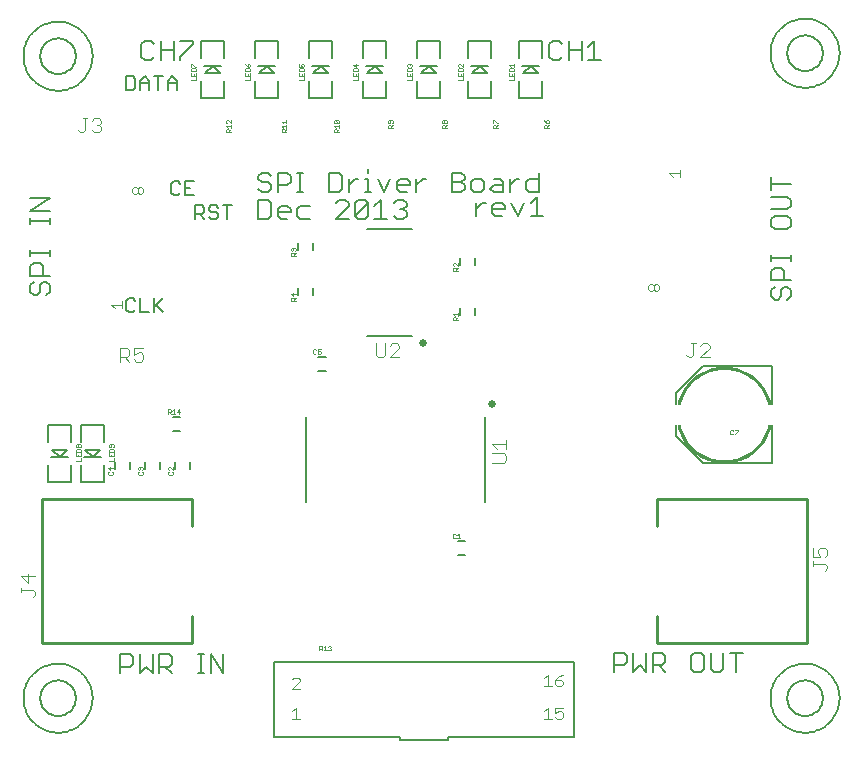
<source format=gto>
G75*
%MOIN*%
%OFA0B0*%
%FSLAX24Y24*%
%IPPOS*%
%LPD*%
%AMOC8*
5,1,8,0,0,1.08239X$1,22.5*
%
%ADD10C,0.0060*%
%ADD11C,0.0030*%
%ADD12C,0.0040*%
%ADD13C,0.0100*%
%ADD14C,0.0010*%
%ADD15C,0.0050*%
%ADD16C,0.0080*%
%ADD17C,0.0260*%
%ADD18C,0.0008*%
D10*
X000580Y006043D02*
X000582Y006110D01*
X000588Y006178D01*
X000598Y006245D01*
X000612Y006311D01*
X000629Y006376D01*
X000651Y006440D01*
X000676Y006503D01*
X000705Y006564D01*
X000737Y006623D01*
X000773Y006680D01*
X000812Y006735D01*
X000854Y006788D01*
X000899Y006838D01*
X000947Y006885D01*
X000998Y006930D01*
X001051Y006971D01*
X001107Y007010D01*
X001165Y007045D01*
X001225Y007076D01*
X001286Y007104D01*
X001349Y007128D01*
X001413Y007149D01*
X001479Y007165D01*
X001545Y007178D01*
X001612Y007187D01*
X001679Y007192D01*
X001747Y007193D01*
X001814Y007190D01*
X001881Y007183D01*
X001948Y007172D01*
X002014Y007157D01*
X002079Y007139D01*
X002143Y007116D01*
X002205Y007090D01*
X002266Y007061D01*
X002324Y007027D01*
X002381Y006991D01*
X002436Y006951D01*
X002488Y006908D01*
X002537Y006862D01*
X002584Y006813D01*
X002628Y006762D01*
X002668Y006708D01*
X002706Y006652D01*
X002740Y006593D01*
X002770Y006533D01*
X002797Y006471D01*
X002821Y006408D01*
X002840Y006343D01*
X002856Y006278D01*
X002868Y006211D01*
X002876Y006144D01*
X002880Y006077D01*
X002880Y006009D01*
X002876Y005942D01*
X002868Y005875D01*
X002856Y005808D01*
X002840Y005743D01*
X002821Y005678D01*
X002797Y005615D01*
X002770Y005553D01*
X002740Y005493D01*
X002706Y005434D01*
X002668Y005378D01*
X002628Y005324D01*
X002584Y005273D01*
X002537Y005224D01*
X002488Y005178D01*
X002436Y005135D01*
X002381Y005095D01*
X002324Y005059D01*
X002266Y005025D01*
X002205Y004996D01*
X002143Y004970D01*
X002079Y004947D01*
X002014Y004929D01*
X001948Y004914D01*
X001881Y004903D01*
X001814Y004896D01*
X001747Y004893D01*
X001679Y004894D01*
X001612Y004899D01*
X001545Y004908D01*
X001479Y004921D01*
X001413Y004937D01*
X001349Y004958D01*
X001286Y004982D01*
X001225Y005010D01*
X001165Y005041D01*
X001107Y005076D01*
X001051Y005115D01*
X000998Y005156D01*
X000947Y005201D01*
X000899Y005248D01*
X000854Y005298D01*
X000812Y005351D01*
X000773Y005406D01*
X000737Y005463D01*
X000705Y005522D01*
X000676Y005583D01*
X000651Y005646D01*
X000629Y005710D01*
X000612Y005775D01*
X000598Y005841D01*
X000588Y005908D01*
X000582Y005976D01*
X000580Y006043D01*
X003810Y006873D02*
X003810Y007514D01*
X004130Y007514D01*
X004237Y007407D01*
X004237Y007194D01*
X004130Y007087D01*
X003810Y007087D01*
X004455Y006873D02*
X004668Y007087D01*
X004882Y006873D01*
X004882Y007514D01*
X005099Y007514D02*
X005419Y007514D01*
X005526Y007407D01*
X005526Y007194D01*
X005419Y007087D01*
X005099Y007087D01*
X005313Y007087D02*
X005526Y006873D01*
X005099Y006873D02*
X005099Y007514D01*
X004455Y007514D02*
X004455Y006873D01*
X006388Y006873D02*
X006602Y006873D01*
X006495Y006873D02*
X006495Y007514D01*
X006388Y007514D02*
X006602Y007514D01*
X006818Y007514D02*
X007245Y006873D01*
X007245Y007514D01*
X006818Y007514D02*
X006818Y006873D01*
X006116Y013675D02*
X006116Y013911D01*
X005644Y013911D02*
X005644Y013675D01*
X005116Y013675D02*
X005116Y013911D01*
X004644Y013911D02*
X004644Y013675D01*
X004116Y013675D02*
X004116Y013911D01*
X003644Y013911D02*
X003644Y013675D01*
X005562Y014957D02*
X005798Y014957D01*
X005798Y015430D02*
X005562Y015430D01*
X009744Y019475D02*
X009744Y019711D01*
X010216Y019711D02*
X010216Y019475D01*
X010216Y020975D02*
X010216Y021211D01*
X009744Y021211D02*
X009744Y020975D01*
X009806Y022023D02*
X010126Y022023D01*
X009806Y022023D02*
X009699Y022130D01*
X009699Y022344D01*
X009806Y022450D01*
X010126Y022450D01*
X009913Y022923D02*
X009699Y022923D01*
X009806Y022923D02*
X009806Y023564D01*
X009699Y023564D02*
X009913Y023564D01*
X009482Y023457D02*
X009482Y023244D01*
X009375Y023137D01*
X009055Y023137D01*
X009055Y022923D02*
X009055Y023564D01*
X009375Y023564D01*
X009482Y023457D01*
X008837Y023457D02*
X008730Y023564D01*
X008517Y023564D01*
X008410Y023457D01*
X008410Y023350D01*
X008517Y023244D01*
X008730Y023244D01*
X008837Y023137D01*
X008837Y023030D01*
X008730Y022923D01*
X008517Y022923D01*
X008410Y023030D01*
X008410Y022664D02*
X008730Y022664D01*
X008837Y022557D01*
X008837Y022130D01*
X008730Y022023D01*
X008410Y022023D01*
X008410Y022664D01*
X009055Y022344D02*
X009055Y022130D01*
X009161Y022023D01*
X009375Y022023D01*
X009482Y022237D02*
X009055Y022237D01*
X009055Y022344D02*
X009161Y022450D01*
X009375Y022450D01*
X009482Y022344D01*
X009482Y022237D01*
X010773Y022923D02*
X010773Y023564D01*
X011094Y023564D01*
X011200Y023457D01*
X011200Y023030D01*
X011094Y022923D01*
X010773Y022923D01*
X011095Y022664D02*
X010988Y022557D01*
X011095Y022664D02*
X011308Y022664D01*
X011415Y022557D01*
X011415Y022450D01*
X010988Y022023D01*
X011415Y022023D01*
X011633Y022130D02*
X012060Y022557D01*
X012060Y022130D01*
X011953Y022023D01*
X011740Y022023D01*
X011633Y022130D01*
X011633Y022557D01*
X011740Y022664D01*
X011953Y022664D01*
X012060Y022557D01*
X012277Y022450D02*
X012491Y022664D01*
X012491Y022023D01*
X012704Y022023D02*
X012277Y022023D01*
X012922Y022130D02*
X013029Y022023D01*
X013242Y022023D01*
X013349Y022130D01*
X013349Y022237D01*
X013242Y022344D01*
X013135Y022344D01*
X013242Y022344D02*
X013349Y022450D01*
X013349Y022557D01*
X013242Y022664D01*
X013029Y022664D01*
X012922Y022557D01*
X013136Y022923D02*
X013029Y023030D01*
X013029Y023244D01*
X013136Y023350D01*
X013350Y023350D01*
X013456Y023244D01*
X013456Y023137D01*
X013029Y023137D01*
X013136Y022923D02*
X013350Y022923D01*
X013674Y022923D02*
X013674Y023350D01*
X013674Y023137D02*
X013887Y023350D01*
X013994Y023350D01*
X014855Y023244D02*
X015176Y023244D01*
X015283Y023137D01*
X015283Y023030D01*
X015176Y022923D01*
X014855Y022923D01*
X014855Y023564D01*
X015176Y023564D01*
X015283Y023457D01*
X015283Y023350D01*
X015176Y023244D01*
X015500Y023244D02*
X015500Y023030D01*
X015607Y022923D01*
X015820Y022923D01*
X015927Y023030D01*
X015927Y023244D01*
X015820Y023350D01*
X015607Y023350D01*
X015500Y023244D01*
X016145Y023030D02*
X016251Y023137D01*
X016572Y023137D01*
X016572Y023244D02*
X016572Y022923D01*
X016251Y022923D01*
X016145Y023030D01*
X016251Y023350D02*
X016465Y023350D01*
X016572Y023244D01*
X016789Y023350D02*
X016789Y022923D01*
X016789Y023137D02*
X017003Y023350D01*
X017109Y023350D01*
X017326Y023244D02*
X017326Y023030D01*
X017433Y022923D01*
X017753Y022923D01*
X017753Y023564D01*
X017753Y023350D02*
X017433Y023350D01*
X017326Y023244D01*
X017700Y022764D02*
X017700Y022123D01*
X017913Y022123D02*
X017486Y022123D01*
X017055Y022123D02*
X017269Y022550D01*
X017486Y022550D02*
X017700Y022764D01*
X016842Y022550D02*
X017055Y022123D01*
X016624Y022337D02*
X016197Y022337D01*
X016197Y022230D02*
X016197Y022444D01*
X016304Y022550D01*
X016517Y022550D01*
X016624Y022444D01*
X016624Y022337D01*
X016517Y022123D02*
X016304Y022123D01*
X016197Y022230D01*
X015980Y022550D02*
X015874Y022550D01*
X015660Y022337D01*
X015660Y022550D02*
X015660Y022123D01*
X015616Y020711D02*
X015616Y020475D01*
X015144Y020475D02*
X015144Y020711D01*
X015144Y019061D02*
X015144Y018825D01*
X015616Y018825D02*
X015616Y019061D01*
X012598Y022923D02*
X012812Y023350D01*
X012385Y023350D02*
X012598Y022923D01*
X012169Y022923D02*
X011955Y022923D01*
X012062Y022923D02*
X012062Y023350D01*
X011955Y023350D01*
X011738Y023350D02*
X011631Y023350D01*
X011418Y023137D01*
X011418Y023350D02*
X011418Y022923D01*
X012062Y023564D02*
X012062Y023671D01*
X018110Y027430D02*
X018217Y027323D01*
X018430Y027323D01*
X018537Y027430D01*
X018755Y027323D02*
X018755Y027964D01*
X018537Y027857D02*
X018430Y027964D01*
X018217Y027964D01*
X018110Y027857D01*
X018110Y027430D01*
X018755Y027644D02*
X019182Y027644D01*
X019399Y027750D02*
X019613Y027964D01*
X019613Y027323D01*
X019826Y027323D02*
X019399Y027323D01*
X019182Y027323D02*
X019182Y027964D01*
X025509Y023406D02*
X025509Y022979D01*
X025509Y023192D02*
X026150Y023192D01*
X026043Y022761D02*
X025509Y022761D01*
X026043Y022761D02*
X026150Y022654D01*
X026150Y022441D01*
X026043Y022334D01*
X025509Y022334D01*
X025616Y022117D02*
X025509Y022010D01*
X025509Y021796D01*
X025616Y021690D01*
X026043Y021690D01*
X026150Y021796D01*
X026150Y022010D01*
X026043Y022117D01*
X025616Y022117D01*
X025509Y020829D02*
X025509Y020615D01*
X025509Y020722D02*
X026150Y020722D01*
X026150Y020615D02*
X026150Y020829D01*
X025830Y020398D02*
X025936Y020291D01*
X025936Y019971D01*
X026150Y019971D02*
X025509Y019971D01*
X025509Y020291D01*
X025616Y020398D01*
X025830Y020398D01*
X025936Y019753D02*
X026043Y019753D01*
X026150Y019647D01*
X026150Y019433D01*
X026043Y019326D01*
X025830Y019433D02*
X025830Y019647D01*
X025936Y019753D01*
X025616Y019753D02*
X025509Y019647D01*
X025509Y019433D01*
X025616Y019326D01*
X025723Y019326D01*
X025830Y019433D01*
X025480Y027543D02*
X025482Y027610D01*
X025488Y027678D01*
X025498Y027745D01*
X025512Y027811D01*
X025529Y027876D01*
X025551Y027940D01*
X025576Y028003D01*
X025605Y028064D01*
X025637Y028123D01*
X025673Y028180D01*
X025712Y028235D01*
X025754Y028288D01*
X025799Y028338D01*
X025847Y028385D01*
X025898Y028430D01*
X025951Y028471D01*
X026007Y028510D01*
X026065Y028545D01*
X026125Y028576D01*
X026186Y028604D01*
X026249Y028628D01*
X026313Y028649D01*
X026379Y028665D01*
X026445Y028678D01*
X026512Y028687D01*
X026579Y028692D01*
X026647Y028693D01*
X026714Y028690D01*
X026781Y028683D01*
X026848Y028672D01*
X026914Y028657D01*
X026979Y028639D01*
X027043Y028616D01*
X027105Y028590D01*
X027166Y028561D01*
X027224Y028527D01*
X027281Y028491D01*
X027336Y028451D01*
X027388Y028408D01*
X027437Y028362D01*
X027484Y028313D01*
X027528Y028262D01*
X027568Y028208D01*
X027606Y028152D01*
X027640Y028093D01*
X027670Y028033D01*
X027697Y027971D01*
X027721Y027908D01*
X027740Y027843D01*
X027756Y027778D01*
X027768Y027711D01*
X027776Y027644D01*
X027780Y027577D01*
X027780Y027509D01*
X027776Y027442D01*
X027768Y027375D01*
X027756Y027308D01*
X027740Y027243D01*
X027721Y027178D01*
X027697Y027115D01*
X027670Y027053D01*
X027640Y026993D01*
X027606Y026934D01*
X027568Y026878D01*
X027528Y026824D01*
X027484Y026773D01*
X027437Y026724D01*
X027388Y026678D01*
X027336Y026635D01*
X027281Y026595D01*
X027224Y026559D01*
X027166Y026525D01*
X027105Y026496D01*
X027043Y026470D01*
X026979Y026447D01*
X026914Y026429D01*
X026848Y026414D01*
X026781Y026403D01*
X026714Y026396D01*
X026647Y026393D01*
X026579Y026394D01*
X026512Y026399D01*
X026445Y026408D01*
X026379Y026421D01*
X026313Y026437D01*
X026249Y026458D01*
X026186Y026482D01*
X026125Y026510D01*
X026065Y026541D01*
X026007Y026576D01*
X025951Y026615D01*
X025898Y026656D01*
X025847Y026701D01*
X025799Y026748D01*
X025754Y026798D01*
X025712Y026851D01*
X025673Y026906D01*
X025637Y026963D01*
X025605Y027022D01*
X025576Y027083D01*
X025551Y027146D01*
X025529Y027210D01*
X025512Y027275D01*
X025498Y027341D01*
X025488Y027408D01*
X025482Y027476D01*
X025480Y027543D01*
X010648Y017430D02*
X010412Y017430D01*
X010412Y016957D02*
X010648Y016957D01*
X015062Y011280D02*
X015298Y011280D01*
X015298Y010807D02*
X015062Y010807D01*
X020260Y007564D02*
X020260Y006923D01*
X020260Y007137D02*
X020580Y007137D01*
X020687Y007244D01*
X020687Y007457D01*
X020580Y007564D01*
X020260Y007564D01*
X020905Y007564D02*
X020905Y006923D01*
X021118Y007137D01*
X021332Y006923D01*
X021332Y007564D01*
X021549Y007564D02*
X021869Y007564D01*
X021976Y007457D01*
X021976Y007244D01*
X021869Y007137D01*
X021549Y007137D01*
X021763Y007137D02*
X021976Y006923D01*
X021549Y006923D02*
X021549Y007564D01*
X022838Y007457D02*
X022838Y007030D01*
X022945Y006923D01*
X023158Y006923D01*
X023265Y007030D01*
X023265Y007457D01*
X023158Y007564D01*
X022945Y007564D01*
X022838Y007457D01*
X023483Y007564D02*
X023483Y007030D01*
X023590Y006923D01*
X023803Y006923D01*
X023910Y007030D01*
X023910Y007564D01*
X024127Y007564D02*
X024554Y007564D01*
X024341Y007564D02*
X024341Y006923D01*
X025480Y006043D02*
X025482Y006110D01*
X025488Y006178D01*
X025498Y006245D01*
X025512Y006311D01*
X025529Y006376D01*
X025551Y006440D01*
X025576Y006503D01*
X025605Y006564D01*
X025637Y006623D01*
X025673Y006680D01*
X025712Y006735D01*
X025754Y006788D01*
X025799Y006838D01*
X025847Y006885D01*
X025898Y006930D01*
X025951Y006971D01*
X026007Y007010D01*
X026065Y007045D01*
X026125Y007076D01*
X026186Y007104D01*
X026249Y007128D01*
X026313Y007149D01*
X026379Y007165D01*
X026445Y007178D01*
X026512Y007187D01*
X026579Y007192D01*
X026647Y007193D01*
X026714Y007190D01*
X026781Y007183D01*
X026848Y007172D01*
X026914Y007157D01*
X026979Y007139D01*
X027043Y007116D01*
X027105Y007090D01*
X027166Y007061D01*
X027224Y007027D01*
X027281Y006991D01*
X027336Y006951D01*
X027388Y006908D01*
X027437Y006862D01*
X027484Y006813D01*
X027528Y006762D01*
X027568Y006708D01*
X027606Y006652D01*
X027640Y006593D01*
X027670Y006533D01*
X027697Y006471D01*
X027721Y006408D01*
X027740Y006343D01*
X027756Y006278D01*
X027768Y006211D01*
X027776Y006144D01*
X027780Y006077D01*
X027780Y006009D01*
X027776Y005942D01*
X027768Y005875D01*
X027756Y005808D01*
X027740Y005743D01*
X027721Y005678D01*
X027697Y005615D01*
X027670Y005553D01*
X027640Y005493D01*
X027606Y005434D01*
X027568Y005378D01*
X027528Y005324D01*
X027484Y005273D01*
X027437Y005224D01*
X027388Y005178D01*
X027336Y005135D01*
X027281Y005095D01*
X027224Y005059D01*
X027166Y005025D01*
X027105Y004996D01*
X027043Y004970D01*
X026979Y004947D01*
X026914Y004929D01*
X026848Y004914D01*
X026781Y004903D01*
X026714Y004896D01*
X026647Y004893D01*
X026579Y004894D01*
X026512Y004899D01*
X026445Y004908D01*
X026379Y004921D01*
X026313Y004937D01*
X026249Y004958D01*
X026186Y004982D01*
X026125Y005010D01*
X026065Y005041D01*
X026007Y005076D01*
X025951Y005115D01*
X025898Y005156D01*
X025847Y005201D01*
X025799Y005248D01*
X025754Y005298D01*
X025712Y005351D01*
X025673Y005406D01*
X025637Y005463D01*
X025605Y005522D01*
X025576Y005583D01*
X025551Y005646D01*
X025529Y005710D01*
X025512Y005775D01*
X025498Y005841D01*
X025488Y005908D01*
X025482Y005976D01*
X025480Y006043D01*
X005799Y027323D02*
X005799Y027430D01*
X006226Y027857D01*
X006226Y027964D01*
X005799Y027964D01*
X005582Y027964D02*
X005582Y027323D01*
X005582Y027644D02*
X005155Y027644D01*
X004937Y027857D02*
X004830Y027964D01*
X004617Y027964D01*
X004510Y027857D01*
X004510Y027430D01*
X004617Y027323D01*
X004830Y027323D01*
X004937Y027430D01*
X005155Y027323D02*
X005155Y027964D01*
X000580Y027443D02*
X000582Y027510D01*
X000588Y027578D01*
X000598Y027645D01*
X000612Y027711D01*
X000629Y027776D01*
X000651Y027840D01*
X000676Y027903D01*
X000705Y027964D01*
X000737Y028023D01*
X000773Y028080D01*
X000812Y028135D01*
X000854Y028188D01*
X000899Y028238D01*
X000947Y028285D01*
X000998Y028330D01*
X001051Y028371D01*
X001107Y028410D01*
X001165Y028445D01*
X001225Y028476D01*
X001286Y028504D01*
X001349Y028528D01*
X001413Y028549D01*
X001479Y028565D01*
X001545Y028578D01*
X001612Y028587D01*
X001679Y028592D01*
X001747Y028593D01*
X001814Y028590D01*
X001881Y028583D01*
X001948Y028572D01*
X002014Y028557D01*
X002079Y028539D01*
X002143Y028516D01*
X002205Y028490D01*
X002266Y028461D01*
X002324Y028427D01*
X002381Y028391D01*
X002436Y028351D01*
X002488Y028308D01*
X002537Y028262D01*
X002584Y028213D01*
X002628Y028162D01*
X002668Y028108D01*
X002706Y028052D01*
X002740Y027993D01*
X002770Y027933D01*
X002797Y027871D01*
X002821Y027808D01*
X002840Y027743D01*
X002856Y027678D01*
X002868Y027611D01*
X002876Y027544D01*
X002880Y027477D01*
X002880Y027409D01*
X002876Y027342D01*
X002868Y027275D01*
X002856Y027208D01*
X002840Y027143D01*
X002821Y027078D01*
X002797Y027015D01*
X002770Y026953D01*
X002740Y026893D01*
X002706Y026834D01*
X002668Y026778D01*
X002628Y026724D01*
X002584Y026673D01*
X002537Y026624D01*
X002488Y026578D01*
X002436Y026535D01*
X002381Y026495D01*
X002324Y026459D01*
X002266Y026425D01*
X002205Y026396D01*
X002143Y026370D01*
X002079Y026347D01*
X002014Y026329D01*
X001948Y026314D01*
X001881Y026303D01*
X001814Y026296D01*
X001747Y026293D01*
X001679Y026294D01*
X001612Y026299D01*
X001545Y026308D01*
X001479Y026321D01*
X001413Y026337D01*
X001349Y026358D01*
X001286Y026382D01*
X001225Y026410D01*
X001165Y026441D01*
X001107Y026476D01*
X001051Y026515D01*
X000998Y026556D01*
X000947Y026601D01*
X000899Y026648D01*
X000854Y026698D01*
X000812Y026751D01*
X000773Y026806D01*
X000737Y026863D01*
X000705Y026922D01*
X000676Y026983D01*
X000651Y027046D01*
X000629Y027110D01*
X000612Y027175D01*
X000598Y027241D01*
X000588Y027308D01*
X000582Y027376D01*
X000580Y027443D01*
X000809Y022706D02*
X001450Y022706D01*
X000809Y022279D01*
X001450Y022279D01*
X001450Y022063D02*
X001450Y021849D01*
X001450Y021956D02*
X000809Y021956D01*
X000809Y021849D02*
X000809Y022063D01*
X000809Y020988D02*
X000809Y020775D01*
X000809Y020882D02*
X001450Y020882D01*
X001450Y020988D02*
X001450Y020775D01*
X001130Y020557D02*
X001236Y020451D01*
X001236Y020130D01*
X001450Y020130D02*
X000809Y020130D01*
X000809Y020451D01*
X000916Y020557D01*
X001130Y020557D01*
X001236Y019913D02*
X001343Y019913D01*
X001450Y019806D01*
X001450Y019592D01*
X001343Y019486D01*
X001130Y019592D02*
X001130Y019806D01*
X001236Y019913D01*
X000916Y019913D02*
X000809Y019806D01*
X000809Y019592D01*
X000916Y019486D01*
X001023Y019486D01*
X001130Y019592D01*
D11*
X003495Y019163D02*
X003618Y019040D01*
X003495Y019163D02*
X003865Y019163D01*
X003865Y019040D02*
X003865Y019287D01*
X004256Y022840D02*
X004318Y022840D01*
X004380Y022902D01*
X004380Y023025D01*
X004442Y023087D01*
X004503Y023087D01*
X004565Y023025D01*
X004565Y022902D01*
X004503Y022840D01*
X004442Y022840D01*
X004380Y022902D01*
X004380Y023025D02*
X004318Y023087D01*
X004256Y023087D01*
X004195Y023025D01*
X004195Y022902D01*
X004256Y022840D01*
X021395Y019793D02*
X021395Y019670D01*
X021456Y019608D01*
X021518Y019608D01*
X021580Y019670D01*
X021580Y019793D01*
X021642Y019855D01*
X021703Y019855D01*
X021765Y019793D01*
X021765Y019670D01*
X021703Y019608D01*
X021642Y019608D01*
X021580Y019670D01*
X021580Y019793D02*
X021518Y019855D01*
X021456Y019855D01*
X021395Y019793D01*
X022218Y023408D02*
X022095Y023532D01*
X022465Y023532D01*
X022465Y023655D02*
X022465Y023408D01*
X018560Y006829D02*
X018437Y006767D01*
X018313Y006643D01*
X018498Y006643D01*
X018560Y006582D01*
X018560Y006520D01*
X018498Y006458D01*
X018375Y006458D01*
X018313Y006520D01*
X018313Y006643D01*
X018192Y006458D02*
X017945Y006458D01*
X018068Y006458D02*
X018068Y006829D01*
X017945Y006705D01*
X018068Y005729D02*
X018068Y005358D01*
X017945Y005358D02*
X018192Y005358D01*
X018313Y005420D02*
X018375Y005358D01*
X018498Y005358D01*
X018560Y005420D01*
X018560Y005543D01*
X018498Y005605D01*
X018437Y005605D01*
X018313Y005543D01*
X018313Y005729D01*
X018560Y005729D01*
X018068Y005729D02*
X017945Y005605D01*
X009792Y005358D02*
X009545Y005358D01*
X009668Y005358D02*
X009668Y005729D01*
X009545Y005605D01*
X009545Y006358D02*
X009792Y006605D01*
X009792Y006667D01*
X009730Y006729D01*
X009607Y006729D01*
X009545Y006667D01*
X009545Y006358D02*
X009792Y006358D01*
D12*
X016200Y013893D02*
X016583Y013893D01*
X016660Y013969D01*
X016660Y014123D01*
X016583Y014199D01*
X016200Y014199D01*
X016353Y014353D02*
X016200Y014506D01*
X016660Y014506D01*
X016660Y014353D02*
X016660Y014660D01*
X013097Y017413D02*
X012790Y017413D01*
X013097Y017720D01*
X013097Y017797D01*
X013020Y017874D01*
X012866Y017874D01*
X012790Y017797D01*
X012636Y017874D02*
X012636Y017490D01*
X012559Y017413D01*
X012406Y017413D01*
X012329Y017490D01*
X012329Y017874D01*
X004567Y017724D02*
X004260Y017724D01*
X004260Y017494D01*
X004414Y017570D01*
X004491Y017570D01*
X004567Y017494D01*
X004567Y017340D01*
X004491Y017263D01*
X004337Y017263D01*
X004260Y017340D01*
X004107Y017263D02*
X003953Y017417D01*
X004030Y017417D02*
X003800Y017417D01*
X003800Y017263D02*
X003800Y017724D01*
X004030Y017724D01*
X004107Y017647D01*
X004107Y017494D01*
X004030Y017417D01*
X000960Y010104D02*
X000500Y010104D01*
X000730Y009874D01*
X000730Y010181D01*
X000500Y009720D02*
X000500Y009567D01*
X000500Y009644D02*
X000883Y009644D01*
X000960Y009567D01*
X000960Y009490D01*
X000883Y009413D01*
X002477Y024913D02*
X002553Y024913D01*
X002630Y024990D01*
X002630Y025374D01*
X002553Y025374D02*
X002707Y025374D01*
X002860Y025297D02*
X002937Y025374D01*
X003091Y025374D01*
X003167Y025297D01*
X003167Y025220D01*
X003091Y025144D01*
X003167Y025067D01*
X003167Y024990D01*
X003091Y024913D01*
X002937Y024913D01*
X002860Y024990D01*
X003014Y025144D02*
X003091Y025144D01*
X002477Y024913D02*
X002400Y024990D01*
X022679Y017490D02*
X022756Y017413D01*
X022833Y017413D01*
X022909Y017490D01*
X022909Y017874D01*
X022833Y017874D02*
X022986Y017874D01*
X023140Y017797D02*
X023216Y017874D01*
X023370Y017874D01*
X023447Y017797D01*
X023447Y017720D01*
X023140Y017413D01*
X023447Y017413D01*
X026900Y011060D02*
X026900Y010753D01*
X027130Y010753D01*
X027053Y010906D01*
X027053Y010983D01*
X027130Y011060D01*
X027283Y011060D01*
X027360Y010983D01*
X027360Y010830D01*
X027283Y010753D01*
X027283Y010523D02*
X026900Y010523D01*
X026900Y010599D02*
X026900Y010446D01*
X027283Y010523D02*
X027360Y010446D01*
X027360Y010369D01*
X027283Y010293D01*
D13*
X026680Y012693D02*
X026680Y007893D01*
X021680Y007893D01*
X021680Y008793D01*
X021680Y011793D02*
X021680Y012693D01*
X026680Y012693D01*
X006180Y012693D02*
X006180Y011793D01*
X006180Y012693D02*
X001180Y012693D01*
X001180Y007893D01*
X006180Y007893D01*
X006180Y008793D01*
D14*
X010443Y007788D02*
X010518Y007788D01*
X010543Y007763D01*
X010543Y007713D01*
X010518Y007688D01*
X010443Y007688D01*
X010443Y007638D02*
X010443Y007788D01*
X010493Y007688D02*
X010543Y007638D01*
X010590Y007638D02*
X010690Y007638D01*
X010640Y007638D02*
X010640Y007788D01*
X010590Y007738D01*
X010738Y007763D02*
X010763Y007788D01*
X010813Y007788D01*
X010838Y007763D01*
X010838Y007738D01*
X010813Y007713D01*
X010838Y007688D01*
X010838Y007663D01*
X010813Y007638D01*
X010763Y007638D01*
X010738Y007663D01*
X010788Y007713D02*
X010813Y007713D01*
X014885Y011398D02*
X014910Y011373D01*
X014960Y011373D01*
X014985Y011398D01*
X015032Y011373D02*
X015132Y011373D01*
X015082Y011373D02*
X015082Y011523D01*
X015032Y011473D01*
X014985Y011498D02*
X014960Y011523D01*
X014910Y011523D01*
X014885Y011498D01*
X014885Y011398D01*
X010457Y017523D02*
X010407Y017523D01*
X010382Y017548D01*
X010335Y017548D02*
X010310Y017523D01*
X010260Y017523D01*
X010235Y017548D01*
X010235Y017648D01*
X010260Y017673D01*
X010310Y017673D01*
X010335Y017648D01*
X010382Y017673D02*
X010382Y017598D01*
X010432Y017623D01*
X010457Y017623D01*
X010482Y017598D01*
X010482Y017548D01*
X010457Y017523D01*
X010482Y017673D02*
X010382Y017673D01*
X009650Y019298D02*
X009500Y019298D01*
X009500Y019373D01*
X009525Y019398D01*
X009575Y019398D01*
X009600Y019373D01*
X009600Y019298D01*
X009600Y019348D02*
X009650Y019398D01*
X009575Y019446D02*
X009575Y019546D01*
X009650Y019521D02*
X009500Y019521D01*
X009575Y019446D01*
X009600Y020798D02*
X009600Y020873D01*
X009575Y020898D01*
X009525Y020898D01*
X009500Y020873D01*
X009500Y020798D01*
X009650Y020798D01*
X009600Y020848D02*
X009650Y020898D01*
X009625Y020946D02*
X009650Y020971D01*
X009650Y021021D01*
X009625Y021046D01*
X009600Y021046D01*
X009575Y021021D01*
X009575Y020996D01*
X009575Y021021D02*
X009550Y021046D01*
X009525Y021046D01*
X009500Y021021D01*
X009500Y020971D01*
X009525Y020946D01*
X009335Y024906D02*
X009185Y024906D01*
X009185Y024981D01*
X009210Y025006D01*
X009260Y025006D01*
X009285Y024981D01*
X009285Y024906D01*
X009285Y024956D02*
X009335Y025006D01*
X009335Y025054D02*
X009335Y025154D01*
X009335Y025201D02*
X009335Y025301D01*
X009335Y025251D02*
X009185Y025251D01*
X009235Y025201D01*
X009185Y025104D02*
X009335Y025104D01*
X009235Y025054D02*
X009185Y025104D01*
X009775Y026648D02*
X009925Y026648D01*
X009925Y026748D01*
X009925Y026796D02*
X009925Y026896D01*
X009925Y026943D02*
X009925Y027018D01*
X009900Y027043D01*
X009800Y027043D01*
X009775Y027018D01*
X009775Y026943D01*
X009925Y026943D01*
X009850Y026846D02*
X009850Y026796D01*
X009775Y026796D02*
X009925Y026796D01*
X009775Y026796D02*
X009775Y026896D01*
X009775Y027090D02*
X009850Y027090D01*
X009825Y027140D01*
X009825Y027165D01*
X009850Y027190D01*
X009900Y027190D01*
X009925Y027165D01*
X009925Y027115D01*
X009900Y027090D01*
X009775Y027090D02*
X009775Y027190D01*
X008125Y027165D02*
X008100Y027190D01*
X008075Y027190D01*
X008050Y027165D01*
X008050Y027090D01*
X008100Y027090D01*
X008125Y027115D01*
X008125Y027165D01*
X008050Y027090D02*
X008000Y027140D01*
X007975Y027190D01*
X008000Y027043D02*
X007975Y027018D01*
X007975Y026943D01*
X008125Y026943D01*
X008125Y027018D01*
X008100Y027043D01*
X008000Y027043D01*
X007975Y026896D02*
X007975Y026796D01*
X008125Y026796D01*
X008125Y026896D01*
X008050Y026846D02*
X008050Y026796D01*
X008125Y026748D02*
X008125Y026648D01*
X007975Y026648D01*
X007485Y025301D02*
X007485Y025201D01*
X007385Y025301D01*
X007360Y025301D01*
X007335Y025276D01*
X007335Y025226D01*
X007360Y025201D01*
X007335Y025104D02*
X007485Y025104D01*
X007485Y025054D02*
X007485Y025154D01*
X007385Y025054D02*
X007335Y025104D01*
X007360Y025006D02*
X007410Y025006D01*
X007435Y024981D01*
X007435Y024906D01*
X007485Y024906D02*
X007335Y024906D01*
X007335Y024981D01*
X007360Y025006D01*
X007435Y024956D02*
X007485Y025006D01*
X006325Y026648D02*
X006175Y026648D01*
X006175Y026796D02*
X006325Y026796D01*
X006325Y026896D01*
X006325Y026943D02*
X006325Y027018D01*
X006300Y027043D01*
X006200Y027043D01*
X006175Y027018D01*
X006175Y026943D01*
X006325Y026943D01*
X006250Y026846D02*
X006250Y026796D01*
X006175Y026796D02*
X006175Y026896D01*
X006175Y027090D02*
X006175Y027190D01*
X006200Y027190D01*
X006300Y027090D01*
X006325Y027090D01*
X006325Y026748D02*
X006325Y026648D01*
X010935Y025276D02*
X010960Y025301D01*
X011060Y025201D01*
X011085Y025226D01*
X011085Y025276D01*
X011060Y025301D01*
X010960Y025301D01*
X010935Y025276D02*
X010935Y025226D01*
X010960Y025201D01*
X011060Y025201D01*
X011085Y025154D02*
X011085Y025054D01*
X011085Y025006D02*
X011035Y024956D01*
X011035Y024981D02*
X011035Y024906D01*
X011085Y024906D02*
X010935Y024906D01*
X010935Y024981D01*
X010960Y025006D01*
X011010Y025006D01*
X011035Y024981D01*
X010985Y025054D02*
X010935Y025104D01*
X011085Y025104D01*
X011575Y026648D02*
X011725Y026648D01*
X011725Y026748D01*
X011725Y026796D02*
X011725Y026896D01*
X011725Y026943D02*
X011725Y027018D01*
X011700Y027043D01*
X011600Y027043D01*
X011575Y027018D01*
X011575Y026943D01*
X011725Y026943D01*
X011650Y026846D02*
X011650Y026796D01*
X011575Y026796D02*
X011725Y026796D01*
X011575Y026796D02*
X011575Y026896D01*
X011650Y027090D02*
X011575Y027165D01*
X011725Y027165D01*
X011650Y027190D02*
X011650Y027090D01*
X013375Y027115D02*
X013375Y027165D01*
X013400Y027190D01*
X013425Y027190D01*
X013450Y027165D01*
X013475Y027190D01*
X013500Y027190D01*
X013525Y027165D01*
X013525Y027115D01*
X013500Y027090D01*
X013500Y027043D02*
X013400Y027043D01*
X013375Y027018D01*
X013375Y026943D01*
X013525Y026943D01*
X013525Y027018D01*
X013500Y027043D01*
X013450Y027140D02*
X013450Y027165D01*
X013400Y027090D02*
X013375Y027115D01*
X013375Y026896D02*
X013375Y026796D01*
X013525Y026796D01*
X013525Y026896D01*
X013450Y026846D02*
X013450Y026796D01*
X013525Y026748D02*
X013525Y026648D01*
X013375Y026648D01*
X012860Y025301D02*
X012760Y025301D01*
X012735Y025276D01*
X012735Y025226D01*
X012760Y025201D01*
X012785Y025201D01*
X012810Y025226D01*
X012810Y025301D01*
X012860Y025301D02*
X012885Y025276D01*
X012885Y025226D01*
X012860Y025201D01*
X012885Y025154D02*
X012835Y025104D01*
X012835Y025129D02*
X012835Y025054D01*
X012885Y025054D02*
X012735Y025054D01*
X012735Y025129D01*
X012760Y025154D01*
X012810Y025154D01*
X012835Y025129D01*
X014535Y025129D02*
X014560Y025154D01*
X014610Y025154D01*
X014635Y025129D01*
X014635Y025054D01*
X014635Y025104D02*
X014685Y025154D01*
X014660Y025201D02*
X014635Y025201D01*
X014610Y025226D01*
X014610Y025276D01*
X014635Y025301D01*
X014660Y025301D01*
X014685Y025276D01*
X014685Y025226D01*
X014660Y025201D01*
X014610Y025226D02*
X014585Y025201D01*
X014560Y025201D01*
X014535Y025226D01*
X014535Y025276D01*
X014560Y025301D01*
X014585Y025301D01*
X014610Y025276D01*
X014535Y025129D02*
X014535Y025054D01*
X014685Y025054D01*
X016235Y025054D02*
X016235Y025129D01*
X016260Y025154D01*
X016310Y025154D01*
X016335Y025129D01*
X016335Y025054D01*
X016335Y025104D02*
X016385Y025154D01*
X016385Y025201D02*
X016360Y025201D01*
X016260Y025301D01*
X016235Y025301D01*
X016235Y025201D01*
X016235Y025054D02*
X016385Y025054D01*
X017935Y025054D02*
X017935Y025129D01*
X017960Y025154D01*
X018010Y025154D01*
X018035Y025129D01*
X018035Y025054D01*
X018035Y025104D02*
X018085Y025154D01*
X018060Y025201D02*
X018085Y025226D01*
X018085Y025276D01*
X018060Y025301D01*
X018035Y025301D01*
X018010Y025276D01*
X018010Y025201D01*
X018060Y025201D01*
X018010Y025201D02*
X017960Y025251D01*
X017935Y025301D01*
X017935Y025054D02*
X018085Y025054D01*
X016925Y026648D02*
X016775Y026648D01*
X016775Y026796D02*
X016925Y026796D01*
X016925Y026896D01*
X016925Y026943D02*
X016925Y027018D01*
X016900Y027043D01*
X016800Y027043D01*
X016775Y027018D01*
X016775Y026943D01*
X016925Y026943D01*
X016850Y026846D02*
X016850Y026796D01*
X016775Y026796D02*
X016775Y026896D01*
X016825Y027090D02*
X016775Y027140D01*
X016925Y027140D01*
X016925Y027090D02*
X016925Y027190D01*
X016925Y026748D02*
X016925Y026648D01*
X015225Y026648D02*
X015225Y026748D01*
X015225Y026796D02*
X015225Y026896D01*
X015225Y026943D02*
X015225Y027018D01*
X015200Y027043D01*
X015100Y027043D01*
X015075Y027018D01*
X015075Y026943D01*
X015225Y026943D01*
X015150Y026846D02*
X015150Y026796D01*
X015075Y026796D02*
X015225Y026796D01*
X015225Y026648D02*
X015075Y026648D01*
X015075Y026796D02*
X015075Y026896D01*
X015100Y027090D02*
X015075Y027115D01*
X015075Y027165D01*
X015100Y027190D01*
X015125Y027190D01*
X015225Y027090D01*
X015225Y027190D01*
X015050Y020546D02*
X015050Y020446D01*
X014950Y020546D01*
X014925Y020546D01*
X014900Y020521D01*
X014900Y020471D01*
X014925Y020446D01*
X014925Y020398D02*
X014975Y020398D01*
X015000Y020373D01*
X015000Y020298D01*
X015050Y020298D02*
X014900Y020298D01*
X014900Y020373D01*
X014925Y020398D01*
X015000Y020348D02*
X015050Y020398D01*
X015050Y018896D02*
X015050Y018796D01*
X015050Y018748D02*
X015000Y018698D01*
X015000Y018723D02*
X015000Y018648D01*
X015050Y018648D02*
X014900Y018648D01*
X014900Y018723D01*
X014925Y018748D01*
X014975Y018748D01*
X015000Y018723D01*
X014950Y018796D02*
X014900Y018846D01*
X015050Y018846D01*
X024140Y014963D02*
X024140Y014863D01*
X024165Y014838D01*
X024215Y014838D01*
X024240Y014863D01*
X024288Y014863D02*
X024288Y014838D01*
X024288Y014863D02*
X024388Y014963D01*
X024388Y014988D01*
X024288Y014988D01*
X024240Y014963D02*
X024215Y014988D01*
X024165Y014988D01*
X024140Y014963D01*
X005780Y015598D02*
X005680Y015598D01*
X005755Y015673D01*
X005755Y015523D01*
X005632Y015523D02*
X005532Y015523D01*
X005485Y015523D02*
X005435Y015573D01*
X005460Y015573D02*
X005385Y015573D01*
X005385Y015523D02*
X005385Y015673D01*
X005460Y015673D01*
X005485Y015648D01*
X005485Y015598D01*
X005460Y015573D01*
X005532Y015623D02*
X005582Y015673D01*
X005582Y015523D01*
X005550Y013746D02*
X005550Y013646D01*
X005450Y013746D01*
X005425Y013746D01*
X005400Y013721D01*
X005400Y013671D01*
X005425Y013646D01*
X005425Y013598D02*
X005400Y013573D01*
X005400Y013523D01*
X005425Y013498D01*
X005525Y013498D01*
X005550Y013523D01*
X005550Y013573D01*
X005525Y013598D01*
X004550Y013573D02*
X004525Y013598D01*
X004550Y013573D02*
X004550Y013523D01*
X004525Y013498D01*
X004425Y013498D01*
X004400Y013523D01*
X004400Y013573D01*
X004425Y013598D01*
X004425Y013646D02*
X004400Y013671D01*
X004400Y013721D01*
X004425Y013746D01*
X004450Y013746D01*
X004475Y013721D01*
X004500Y013746D01*
X004525Y013746D01*
X004550Y013721D01*
X004550Y013671D01*
X004525Y013646D01*
X004475Y013696D02*
X004475Y013721D01*
X003585Y013959D02*
X003585Y014059D01*
X003585Y014106D02*
X003585Y014206D01*
X003585Y014254D02*
X003585Y014329D01*
X003560Y014354D01*
X003460Y014354D01*
X003435Y014329D01*
X003435Y014254D01*
X003585Y014254D01*
X003510Y014156D02*
X003510Y014106D01*
X003435Y014106D02*
X003585Y014106D01*
X003585Y013959D02*
X003435Y013959D01*
X003435Y014106D02*
X003435Y014206D01*
X003460Y014401D02*
X003485Y014401D01*
X003510Y014426D01*
X003510Y014501D01*
X003560Y014501D02*
X003460Y014501D01*
X003435Y014476D01*
X003435Y014426D01*
X003460Y014401D01*
X003560Y014401D02*
X003585Y014426D01*
X003585Y014476D01*
X003560Y014501D01*
X003475Y013746D02*
X003475Y013646D01*
X003400Y013721D01*
X003550Y013721D01*
X003525Y013598D02*
X003550Y013573D01*
X003550Y013523D01*
X003525Y013498D01*
X003425Y013498D01*
X003400Y013523D01*
X003400Y013573D01*
X003425Y013598D01*
X002485Y013959D02*
X002485Y014059D01*
X002485Y014106D02*
X002485Y014206D01*
X002485Y014254D02*
X002485Y014329D01*
X002460Y014354D01*
X002360Y014354D01*
X002335Y014329D01*
X002335Y014254D01*
X002485Y014254D01*
X002410Y014156D02*
X002410Y014106D01*
X002335Y014106D02*
X002485Y014106D01*
X002485Y013959D02*
X002335Y013959D01*
X002335Y014106D02*
X002335Y014206D01*
X002360Y014401D02*
X002385Y014401D01*
X002410Y014426D01*
X002410Y014476D01*
X002435Y014501D01*
X002460Y014501D01*
X002485Y014476D01*
X002485Y014426D01*
X002460Y014401D01*
X002435Y014401D01*
X002410Y014426D01*
X002410Y014476D02*
X002385Y014501D01*
X002360Y014501D01*
X002335Y014476D01*
X002335Y014426D01*
X002360Y014401D01*
D15*
X004080Y018918D02*
X004230Y018918D01*
X004305Y018993D01*
X004465Y018918D02*
X004766Y018918D01*
X004926Y018918D02*
X004926Y019369D01*
X005001Y019143D02*
X005226Y018918D01*
X004926Y019068D02*
X005226Y019369D01*
X004465Y019369D02*
X004465Y018918D01*
X004080Y018918D02*
X004005Y018993D01*
X004005Y019294D01*
X004080Y019369D01*
X004230Y019369D01*
X004305Y019294D01*
X006305Y022018D02*
X006305Y022469D01*
X006530Y022469D01*
X006605Y022394D01*
X006605Y022243D01*
X006530Y022168D01*
X006305Y022168D01*
X006455Y022168D02*
X006605Y022018D01*
X006765Y022093D02*
X006840Y022018D01*
X006991Y022018D01*
X007066Y022093D01*
X007066Y022168D01*
X006991Y022243D01*
X006840Y022243D01*
X006765Y022319D01*
X006765Y022394D01*
X006840Y022469D01*
X006991Y022469D01*
X007066Y022394D01*
X007226Y022469D02*
X007526Y022469D01*
X007376Y022469D02*
X007376Y022018D01*
X006266Y022818D02*
X005965Y022818D01*
X005965Y023269D01*
X006266Y023269D01*
X006116Y023043D02*
X005965Y023043D01*
X005805Y022893D02*
X005730Y022818D01*
X005580Y022818D01*
X005505Y022893D01*
X005505Y023194D01*
X005580Y023269D01*
X005730Y023269D01*
X005805Y023194D01*
X005686Y026318D02*
X005686Y026619D01*
X005536Y026769D01*
X005386Y026619D01*
X005386Y026318D01*
X005386Y026543D02*
X005686Y026543D01*
X005226Y026769D02*
X004926Y026769D01*
X005076Y026769D02*
X005076Y026318D01*
X004766Y026318D02*
X004766Y026619D01*
X004616Y026769D01*
X004465Y026619D01*
X004465Y026318D01*
X004305Y026393D02*
X004305Y026694D01*
X004230Y026769D01*
X004005Y026769D01*
X004005Y026318D01*
X004230Y026318D01*
X004305Y026393D01*
X004465Y026543D02*
X004766Y026543D01*
X008930Y007243D02*
X008930Y004743D01*
X013130Y004743D01*
X013130Y004643D01*
X014730Y004643D01*
X014730Y004743D01*
X018930Y004743D01*
X018930Y007243D01*
X008930Y007243D01*
D16*
X001139Y006043D02*
X001141Y006091D01*
X001147Y006139D01*
X001157Y006186D01*
X001170Y006232D01*
X001188Y006277D01*
X001208Y006321D01*
X001233Y006363D01*
X001261Y006402D01*
X001291Y006439D01*
X001325Y006473D01*
X001362Y006505D01*
X001400Y006534D01*
X001441Y006559D01*
X001484Y006581D01*
X001529Y006599D01*
X001575Y006613D01*
X001622Y006624D01*
X001670Y006631D01*
X001718Y006634D01*
X001766Y006633D01*
X001814Y006628D01*
X001862Y006619D01*
X001908Y006607D01*
X001953Y006590D01*
X001997Y006570D01*
X002039Y006547D01*
X002079Y006520D01*
X002117Y006490D01*
X002152Y006457D01*
X002184Y006421D01*
X002214Y006383D01*
X002240Y006342D01*
X002262Y006299D01*
X002282Y006255D01*
X002297Y006210D01*
X002309Y006163D01*
X002317Y006115D01*
X002321Y006067D01*
X002321Y006019D01*
X002317Y005971D01*
X002309Y005923D01*
X002297Y005876D01*
X002282Y005831D01*
X002262Y005787D01*
X002240Y005744D01*
X002214Y005703D01*
X002184Y005665D01*
X002152Y005629D01*
X002117Y005596D01*
X002079Y005566D01*
X002039Y005539D01*
X001997Y005516D01*
X001953Y005496D01*
X001908Y005479D01*
X001862Y005467D01*
X001814Y005458D01*
X001766Y005453D01*
X001718Y005452D01*
X001670Y005455D01*
X001622Y005462D01*
X001575Y005473D01*
X001529Y005487D01*
X001484Y005505D01*
X001441Y005527D01*
X001400Y005552D01*
X001362Y005581D01*
X001325Y005613D01*
X001291Y005647D01*
X001261Y005684D01*
X001233Y005723D01*
X001208Y005765D01*
X001188Y005809D01*
X001170Y005854D01*
X001157Y005900D01*
X001147Y005947D01*
X001141Y005995D01*
X001139Y006043D01*
X001386Y013248D02*
X001386Y013800D01*
X001504Y014075D02*
X001780Y014075D01*
X001544Y014311D01*
X002016Y014311D01*
X001780Y014075D01*
X002056Y014075D01*
X002174Y013800D02*
X002174Y013248D01*
X001386Y013248D01*
X002486Y013248D02*
X002486Y013800D01*
X002604Y014075D02*
X002880Y014075D01*
X002644Y014311D01*
X003116Y014311D01*
X002880Y014075D01*
X003156Y014075D01*
X003274Y013800D02*
X003274Y013248D01*
X002486Y013248D01*
X002486Y014587D02*
X002486Y015138D01*
X003274Y015138D01*
X003274Y014587D01*
X002174Y014587D02*
X002174Y015138D01*
X001386Y015138D01*
X001386Y014587D01*
X009996Y015403D02*
X009996Y012587D01*
X012023Y018109D02*
X013537Y018109D01*
X015964Y015403D02*
X015964Y012587D01*
X022316Y014785D02*
X022316Y015139D01*
X022316Y014785D02*
X023221Y013879D01*
X025544Y013879D01*
X025544Y015139D01*
X025544Y015848D02*
X025544Y017107D01*
X023221Y017107D01*
X022316Y016202D01*
X022316Y015848D01*
X013537Y021678D02*
X012023Y021678D01*
X011886Y026048D02*
X012674Y026048D01*
X012674Y026600D01*
X012516Y026875D02*
X012280Y027111D01*
X012044Y026875D01*
X012516Y026875D01*
X012556Y027111D02*
X012280Y027111D01*
X012004Y027111D01*
X011886Y027387D02*
X011886Y027938D01*
X012674Y027938D01*
X012674Y027387D01*
X013686Y027387D02*
X013686Y027938D01*
X014474Y027938D01*
X014474Y027387D01*
X014356Y027111D02*
X014080Y027111D01*
X014316Y026875D01*
X013844Y026875D01*
X014080Y027111D01*
X013804Y027111D01*
X013686Y026600D02*
X013686Y026048D01*
X014474Y026048D01*
X014474Y026600D01*
X015386Y026600D02*
X015386Y026048D01*
X016174Y026048D01*
X016174Y026600D01*
X016016Y026875D02*
X015780Y027111D01*
X015544Y026875D01*
X016016Y026875D01*
X016056Y027111D02*
X015780Y027111D01*
X015504Y027111D01*
X015386Y027387D02*
X015386Y027938D01*
X016174Y027938D01*
X016174Y027387D01*
X017086Y027387D02*
X017086Y027938D01*
X017874Y027938D01*
X017874Y027387D01*
X017756Y027111D02*
X017480Y027111D01*
X017716Y026875D01*
X017244Y026875D01*
X017480Y027111D01*
X017204Y027111D01*
X017086Y026600D02*
X017086Y026048D01*
X017874Y026048D01*
X017874Y026600D01*
X011886Y026600D02*
X011886Y026048D01*
X010874Y026048D02*
X010874Y026600D01*
X010716Y026875D02*
X010480Y027111D01*
X010244Y026875D01*
X010716Y026875D01*
X010756Y027111D02*
X010480Y027111D01*
X010204Y027111D01*
X010086Y027387D02*
X010086Y027938D01*
X010874Y027938D01*
X010874Y027387D01*
X010086Y026600D02*
X010086Y026048D01*
X010874Y026048D01*
X009074Y026048D02*
X009074Y026600D01*
X008916Y026875D02*
X008680Y027111D01*
X008444Y026875D01*
X008916Y026875D01*
X008956Y027111D02*
X008680Y027111D01*
X008404Y027111D01*
X008286Y027387D02*
X008286Y027938D01*
X009074Y027938D01*
X009074Y027387D01*
X008286Y026600D02*
X008286Y026048D01*
X009074Y026048D01*
X007274Y026048D02*
X007274Y026600D01*
X007116Y026875D02*
X006644Y026875D01*
X006880Y027111D01*
X007116Y026875D01*
X007156Y027111D02*
X006880Y027111D01*
X006604Y027111D01*
X006486Y027387D02*
X006486Y027938D01*
X007274Y027938D01*
X007274Y027387D01*
X006486Y026600D02*
X006486Y026048D01*
X007274Y026048D01*
X001139Y027443D02*
X001141Y027491D01*
X001147Y027539D01*
X001157Y027586D01*
X001170Y027632D01*
X001188Y027677D01*
X001208Y027721D01*
X001233Y027763D01*
X001261Y027802D01*
X001291Y027839D01*
X001325Y027873D01*
X001362Y027905D01*
X001400Y027934D01*
X001441Y027959D01*
X001484Y027981D01*
X001529Y027999D01*
X001575Y028013D01*
X001622Y028024D01*
X001670Y028031D01*
X001718Y028034D01*
X001766Y028033D01*
X001814Y028028D01*
X001862Y028019D01*
X001908Y028007D01*
X001953Y027990D01*
X001997Y027970D01*
X002039Y027947D01*
X002079Y027920D01*
X002117Y027890D01*
X002152Y027857D01*
X002184Y027821D01*
X002214Y027783D01*
X002240Y027742D01*
X002262Y027699D01*
X002282Y027655D01*
X002297Y027610D01*
X002309Y027563D01*
X002317Y027515D01*
X002321Y027467D01*
X002321Y027419D01*
X002317Y027371D01*
X002309Y027323D01*
X002297Y027276D01*
X002282Y027231D01*
X002262Y027187D01*
X002240Y027144D01*
X002214Y027103D01*
X002184Y027065D01*
X002152Y027029D01*
X002117Y026996D01*
X002079Y026966D01*
X002039Y026939D01*
X001997Y026916D01*
X001953Y026896D01*
X001908Y026879D01*
X001862Y026867D01*
X001814Y026858D01*
X001766Y026853D01*
X001718Y026852D01*
X001670Y026855D01*
X001622Y026862D01*
X001575Y026873D01*
X001529Y026887D01*
X001484Y026905D01*
X001441Y026927D01*
X001400Y026952D01*
X001362Y026981D01*
X001325Y027013D01*
X001291Y027047D01*
X001261Y027084D01*
X001233Y027123D01*
X001208Y027165D01*
X001188Y027209D01*
X001170Y027254D01*
X001157Y027300D01*
X001147Y027347D01*
X001141Y027395D01*
X001139Y027443D01*
X026039Y027543D02*
X026041Y027591D01*
X026047Y027639D01*
X026057Y027686D01*
X026070Y027732D01*
X026088Y027777D01*
X026108Y027821D01*
X026133Y027863D01*
X026161Y027902D01*
X026191Y027939D01*
X026225Y027973D01*
X026262Y028005D01*
X026300Y028034D01*
X026341Y028059D01*
X026384Y028081D01*
X026429Y028099D01*
X026475Y028113D01*
X026522Y028124D01*
X026570Y028131D01*
X026618Y028134D01*
X026666Y028133D01*
X026714Y028128D01*
X026762Y028119D01*
X026808Y028107D01*
X026853Y028090D01*
X026897Y028070D01*
X026939Y028047D01*
X026979Y028020D01*
X027017Y027990D01*
X027052Y027957D01*
X027084Y027921D01*
X027114Y027883D01*
X027140Y027842D01*
X027162Y027799D01*
X027182Y027755D01*
X027197Y027710D01*
X027209Y027663D01*
X027217Y027615D01*
X027221Y027567D01*
X027221Y027519D01*
X027217Y027471D01*
X027209Y027423D01*
X027197Y027376D01*
X027182Y027331D01*
X027162Y027287D01*
X027140Y027244D01*
X027114Y027203D01*
X027084Y027165D01*
X027052Y027129D01*
X027017Y027096D01*
X026979Y027066D01*
X026939Y027039D01*
X026897Y027016D01*
X026853Y026996D01*
X026808Y026979D01*
X026762Y026967D01*
X026714Y026958D01*
X026666Y026953D01*
X026618Y026952D01*
X026570Y026955D01*
X026522Y026962D01*
X026475Y026973D01*
X026429Y026987D01*
X026384Y027005D01*
X026341Y027027D01*
X026300Y027052D01*
X026262Y027081D01*
X026225Y027113D01*
X026191Y027147D01*
X026161Y027184D01*
X026133Y027223D01*
X026108Y027265D01*
X026088Y027309D01*
X026070Y027354D01*
X026057Y027400D01*
X026047Y027447D01*
X026041Y027495D01*
X026039Y027543D01*
X026039Y006043D02*
X026041Y006091D01*
X026047Y006139D01*
X026057Y006186D01*
X026070Y006232D01*
X026088Y006277D01*
X026108Y006321D01*
X026133Y006363D01*
X026161Y006402D01*
X026191Y006439D01*
X026225Y006473D01*
X026262Y006505D01*
X026300Y006534D01*
X026341Y006559D01*
X026384Y006581D01*
X026429Y006599D01*
X026475Y006613D01*
X026522Y006624D01*
X026570Y006631D01*
X026618Y006634D01*
X026666Y006633D01*
X026714Y006628D01*
X026762Y006619D01*
X026808Y006607D01*
X026853Y006590D01*
X026897Y006570D01*
X026939Y006547D01*
X026979Y006520D01*
X027017Y006490D01*
X027052Y006457D01*
X027084Y006421D01*
X027114Y006383D01*
X027140Y006342D01*
X027162Y006299D01*
X027182Y006255D01*
X027197Y006210D01*
X027209Y006163D01*
X027217Y006115D01*
X027221Y006067D01*
X027221Y006019D01*
X027217Y005971D01*
X027209Y005923D01*
X027197Y005876D01*
X027182Y005831D01*
X027162Y005787D01*
X027140Y005744D01*
X027114Y005703D01*
X027084Y005665D01*
X027052Y005629D01*
X027017Y005596D01*
X026979Y005566D01*
X026939Y005539D01*
X026897Y005516D01*
X026853Y005496D01*
X026808Y005479D01*
X026762Y005467D01*
X026714Y005458D01*
X026666Y005453D01*
X026618Y005452D01*
X026570Y005455D01*
X026522Y005462D01*
X026475Y005473D01*
X026429Y005487D01*
X026384Y005505D01*
X026341Y005527D01*
X026300Y005552D01*
X026262Y005581D01*
X026225Y005613D01*
X026191Y005647D01*
X026161Y005684D01*
X026133Y005723D01*
X026108Y005765D01*
X026088Y005809D01*
X026070Y005854D01*
X026057Y005900D01*
X026047Y005947D01*
X026041Y005995D01*
X026039Y006043D01*
D17*
X016180Y015843D03*
X013880Y017893D03*
D18*
X025480Y015859D02*
X025410Y015843D01*
X025391Y015917D01*
X025367Y015991D01*
X025340Y016063D01*
X025310Y016133D01*
X025276Y016202D01*
X025238Y016269D01*
X025197Y016334D01*
X025153Y016397D01*
X025106Y016457D01*
X025056Y016516D01*
X025003Y016571D01*
X024947Y016624D01*
X024889Y016674D01*
X024828Y016721D01*
X024765Y016765D01*
X024699Y016805D01*
X024632Y016842D01*
X024563Y016876D01*
X024493Y016906D01*
X024420Y016933D01*
X024347Y016956D01*
X024273Y016975D01*
X024197Y016990D01*
X024122Y017002D01*
X024045Y017010D01*
X023968Y017014D01*
X023892Y017014D01*
X023815Y017010D01*
X023738Y017002D01*
X023663Y016990D01*
X023587Y016975D01*
X023513Y016956D01*
X023440Y016933D01*
X023367Y016906D01*
X023297Y016876D01*
X023228Y016842D01*
X023161Y016805D01*
X023095Y016765D01*
X023032Y016721D01*
X022971Y016674D01*
X022913Y016624D01*
X022857Y016571D01*
X022804Y016516D01*
X022754Y016457D01*
X022707Y016397D01*
X022663Y016334D01*
X022622Y016269D01*
X022584Y016202D01*
X022550Y016133D01*
X022520Y016063D01*
X022493Y015991D01*
X022469Y015917D01*
X022450Y015843D01*
X022380Y015859D01*
X022380Y015860D01*
X022400Y015936D01*
X022424Y016011D01*
X022451Y016085D01*
X022482Y016158D01*
X022517Y016229D01*
X022555Y016298D01*
X022597Y016365D01*
X022642Y016430D01*
X022690Y016493D01*
X022741Y016553D01*
X022795Y016611D01*
X022852Y016665D01*
X022911Y016717D01*
X022973Y016766D01*
X023037Y016812D01*
X023104Y016855D01*
X023172Y016894D01*
X023243Y016930D01*
X023315Y016962D01*
X023388Y016991D01*
X023463Y017016D01*
X023539Y017037D01*
X023616Y017055D01*
X023694Y017068D01*
X023772Y017078D01*
X023851Y017084D01*
X023930Y017086D01*
X024009Y017084D01*
X024088Y017078D01*
X024166Y017068D01*
X024244Y017055D01*
X024321Y017037D01*
X024397Y017016D01*
X024472Y016991D01*
X024545Y016962D01*
X024617Y016930D01*
X024688Y016894D01*
X024756Y016855D01*
X024823Y016812D01*
X024887Y016766D01*
X024949Y016717D01*
X025008Y016665D01*
X025065Y016611D01*
X025119Y016553D01*
X025170Y016493D01*
X025218Y016430D01*
X025263Y016365D01*
X025305Y016298D01*
X025343Y016229D01*
X025378Y016158D01*
X025409Y016085D01*
X025436Y016011D01*
X025460Y015936D01*
X025480Y015860D01*
X025473Y015858D01*
X025453Y015934D01*
X025430Y016009D01*
X025402Y016083D01*
X025371Y016155D01*
X025337Y016225D01*
X025299Y016294D01*
X025257Y016361D01*
X025213Y016426D01*
X025165Y016488D01*
X025114Y016548D01*
X025060Y016606D01*
X025004Y016660D01*
X024945Y016712D01*
X024883Y016761D01*
X024819Y016806D01*
X024753Y016849D01*
X024685Y016888D01*
X024614Y016924D01*
X024543Y016956D01*
X024469Y016984D01*
X024395Y017009D01*
X024319Y017031D01*
X024242Y017048D01*
X024165Y017061D01*
X024087Y017071D01*
X024009Y017077D01*
X023930Y017079D01*
X023851Y017077D01*
X023773Y017071D01*
X023695Y017061D01*
X023618Y017048D01*
X023541Y017031D01*
X023465Y017009D01*
X023391Y016984D01*
X023317Y016956D01*
X023246Y016924D01*
X023175Y016888D01*
X023107Y016849D01*
X023041Y016806D01*
X022977Y016761D01*
X022915Y016712D01*
X022856Y016660D01*
X022800Y016606D01*
X022746Y016548D01*
X022695Y016488D01*
X022647Y016426D01*
X022603Y016361D01*
X022561Y016294D01*
X022523Y016225D01*
X022489Y016155D01*
X022458Y016083D01*
X022430Y016009D01*
X022407Y015934D01*
X022387Y015858D01*
X022393Y015856D01*
X022413Y015932D01*
X022437Y016007D01*
X022464Y016080D01*
X022495Y016152D01*
X022529Y016222D01*
X022567Y016291D01*
X022609Y016357D01*
X022653Y016422D01*
X022701Y016484D01*
X022751Y016544D01*
X022805Y016601D01*
X022861Y016655D01*
X022920Y016707D01*
X022981Y016755D01*
X023045Y016801D01*
X023111Y016843D01*
X023179Y016882D01*
X023249Y016917D01*
X023320Y016949D01*
X023393Y016978D01*
X023467Y017003D01*
X023543Y017024D01*
X023619Y017041D01*
X023696Y017055D01*
X023774Y017064D01*
X023852Y017070D01*
X023930Y017072D01*
X024008Y017070D01*
X024086Y017064D01*
X024164Y017055D01*
X024241Y017041D01*
X024317Y017024D01*
X024393Y017003D01*
X024467Y016978D01*
X024540Y016949D01*
X024611Y016917D01*
X024681Y016882D01*
X024749Y016843D01*
X024815Y016801D01*
X024879Y016755D01*
X024940Y016707D01*
X024999Y016655D01*
X025055Y016601D01*
X025109Y016544D01*
X025159Y016484D01*
X025207Y016422D01*
X025251Y016357D01*
X025293Y016291D01*
X025331Y016222D01*
X025365Y016152D01*
X025396Y016080D01*
X025423Y016007D01*
X025447Y015932D01*
X025467Y015856D01*
X025460Y015855D01*
X025440Y015930D01*
X025416Y016004D01*
X025389Y016077D01*
X025359Y016149D01*
X025324Y016219D01*
X025287Y016287D01*
X025246Y016353D01*
X025201Y016418D01*
X025154Y016479D01*
X025104Y016539D01*
X025050Y016596D01*
X024994Y016650D01*
X024936Y016701D01*
X024874Y016750D01*
X024811Y016795D01*
X024745Y016837D01*
X024678Y016876D01*
X024608Y016911D01*
X024537Y016943D01*
X024465Y016971D01*
X024391Y016996D01*
X024316Y017017D01*
X024240Y017034D01*
X024163Y017048D01*
X024086Y017057D01*
X024008Y017063D01*
X023930Y017065D01*
X023852Y017063D01*
X023774Y017057D01*
X023697Y017048D01*
X023620Y017034D01*
X023544Y017017D01*
X023469Y016996D01*
X023395Y016971D01*
X023323Y016943D01*
X023252Y016911D01*
X023182Y016876D01*
X023115Y016837D01*
X023049Y016795D01*
X022986Y016750D01*
X022924Y016701D01*
X022866Y016650D01*
X022810Y016596D01*
X022756Y016539D01*
X022706Y016479D01*
X022659Y016418D01*
X022614Y016353D01*
X022573Y016287D01*
X022536Y016219D01*
X022501Y016149D01*
X022471Y016077D01*
X022444Y016004D01*
X022420Y015930D01*
X022400Y015855D01*
X022407Y015853D01*
X022427Y015928D01*
X022450Y016002D01*
X022477Y016075D01*
X022508Y016146D01*
X022542Y016216D01*
X022579Y016284D01*
X022620Y016350D01*
X022664Y016414D01*
X022712Y016475D01*
X022762Y016534D01*
X022815Y016591D01*
X022871Y016645D01*
X022929Y016696D01*
X022990Y016744D01*
X023053Y016789D01*
X023118Y016831D01*
X023186Y016870D01*
X023255Y016905D01*
X023325Y016937D01*
X023398Y016965D01*
X023471Y016989D01*
X023546Y017010D01*
X023622Y017027D01*
X023698Y017041D01*
X023775Y017050D01*
X023852Y017056D01*
X023930Y017058D01*
X024008Y017056D01*
X024085Y017050D01*
X024162Y017041D01*
X024238Y017027D01*
X024314Y017010D01*
X024389Y016989D01*
X024462Y016965D01*
X024535Y016937D01*
X024605Y016905D01*
X024674Y016870D01*
X024742Y016831D01*
X024807Y016789D01*
X024870Y016744D01*
X024931Y016696D01*
X024989Y016645D01*
X025045Y016591D01*
X025098Y016534D01*
X025148Y016475D01*
X025196Y016414D01*
X025240Y016350D01*
X025281Y016284D01*
X025318Y016216D01*
X025352Y016146D01*
X025383Y016075D01*
X025410Y016002D01*
X025433Y015928D01*
X025453Y015853D01*
X025446Y015852D01*
X025427Y015926D01*
X025403Y016000D01*
X025376Y016072D01*
X025346Y016143D01*
X025312Y016213D01*
X025275Y016280D01*
X025234Y016346D01*
X025190Y016409D01*
X025143Y016471D01*
X025093Y016530D01*
X025040Y016586D01*
X024985Y016640D01*
X024927Y016691D01*
X024866Y016738D01*
X024803Y016783D01*
X024738Y016825D01*
X024671Y016863D01*
X024602Y016898D01*
X024532Y016930D01*
X024460Y016958D01*
X024387Y016983D01*
X024312Y017003D01*
X024237Y017020D01*
X024161Y017034D01*
X024084Y017043D01*
X024007Y017049D01*
X023930Y017051D01*
X023853Y017049D01*
X023776Y017043D01*
X023699Y017034D01*
X023623Y017020D01*
X023548Y017003D01*
X023473Y016983D01*
X023400Y016958D01*
X023328Y016930D01*
X023258Y016898D01*
X023189Y016863D01*
X023122Y016825D01*
X023057Y016783D01*
X022994Y016738D01*
X022933Y016691D01*
X022875Y016640D01*
X022820Y016586D01*
X022767Y016530D01*
X022717Y016471D01*
X022670Y016409D01*
X022626Y016346D01*
X022585Y016280D01*
X022548Y016213D01*
X022514Y016143D01*
X022484Y016072D01*
X022457Y016000D01*
X022433Y015926D01*
X022414Y015852D01*
X022421Y015850D01*
X022441Y015926D01*
X022464Y016000D01*
X022492Y016074D01*
X022523Y016146D01*
X022558Y016216D01*
X022596Y016284D01*
X022638Y016351D01*
X022683Y016415D01*
X022731Y016476D01*
X022782Y016536D01*
X022836Y016592D01*
X022893Y016646D01*
X022952Y016697D01*
X023014Y016745D01*
X023079Y016790D01*
X023145Y016831D01*
X023214Y016869D01*
X023284Y016903D01*
X023356Y016934D01*
X023430Y016961D01*
X023505Y016985D01*
X023580Y017004D01*
X023657Y017020D01*
X023735Y017032D01*
X023813Y017040D01*
X023891Y017044D01*
X023969Y017044D01*
X024047Y017040D01*
X024125Y017032D01*
X024203Y017020D01*
X024280Y017004D01*
X024355Y016985D01*
X024430Y016961D01*
X024504Y016934D01*
X024576Y016903D01*
X024646Y016869D01*
X024715Y016831D01*
X024781Y016790D01*
X024846Y016745D01*
X024908Y016697D01*
X024967Y016646D01*
X025024Y016592D01*
X025078Y016536D01*
X025129Y016476D01*
X025177Y016415D01*
X025222Y016351D01*
X025264Y016284D01*
X025302Y016216D01*
X025337Y016146D01*
X025368Y016074D01*
X025396Y016000D01*
X025419Y015926D01*
X025439Y015850D01*
X025433Y015848D01*
X025413Y015924D01*
X025389Y015998D01*
X025362Y016071D01*
X025331Y016143D01*
X025296Y016213D01*
X025258Y016281D01*
X025217Y016347D01*
X025172Y016411D01*
X025124Y016472D01*
X025073Y016531D01*
X025019Y016587D01*
X024962Y016641D01*
X024903Y016692D01*
X024841Y016739D01*
X024777Y016784D01*
X024711Y016825D01*
X024643Y016863D01*
X024573Y016897D01*
X024501Y016928D01*
X024428Y016955D01*
X024353Y016978D01*
X024278Y016997D01*
X024202Y017013D01*
X024124Y017025D01*
X024047Y017033D01*
X023969Y017037D01*
X023891Y017037D01*
X023813Y017033D01*
X023736Y017025D01*
X023658Y017013D01*
X023582Y016997D01*
X023507Y016978D01*
X023432Y016955D01*
X023359Y016928D01*
X023287Y016897D01*
X023217Y016863D01*
X023149Y016825D01*
X023083Y016784D01*
X023019Y016739D01*
X022957Y016692D01*
X022898Y016641D01*
X022841Y016587D01*
X022787Y016531D01*
X022736Y016472D01*
X022688Y016411D01*
X022643Y016347D01*
X022602Y016281D01*
X022564Y016213D01*
X022529Y016143D01*
X022498Y016071D01*
X022471Y015998D01*
X022447Y015924D01*
X022427Y015848D01*
X022434Y015847D01*
X022454Y015922D01*
X022478Y015996D01*
X022505Y016068D01*
X022536Y016140D01*
X022570Y016209D01*
X022608Y016277D01*
X022649Y016343D01*
X022694Y016406D01*
X022742Y016468D01*
X022792Y016526D01*
X022846Y016583D01*
X022902Y016636D01*
X022961Y016686D01*
X023023Y016734D01*
X023087Y016778D01*
X023153Y016819D01*
X023220Y016856D01*
X023290Y016890D01*
X023362Y016921D01*
X023434Y016948D01*
X023508Y016971D01*
X023584Y016990D01*
X023660Y017006D01*
X023736Y017018D01*
X023814Y017026D01*
X023891Y017030D01*
X023969Y017030D01*
X024046Y017026D01*
X024124Y017018D01*
X024200Y017006D01*
X024276Y016990D01*
X024352Y016971D01*
X024426Y016948D01*
X024498Y016921D01*
X024570Y016890D01*
X024640Y016856D01*
X024707Y016819D01*
X024773Y016778D01*
X024837Y016734D01*
X024899Y016686D01*
X024958Y016636D01*
X025014Y016583D01*
X025068Y016526D01*
X025118Y016468D01*
X025166Y016406D01*
X025211Y016343D01*
X025252Y016277D01*
X025290Y016209D01*
X025324Y016140D01*
X025355Y016068D01*
X025382Y015996D01*
X025406Y015922D01*
X025426Y015847D01*
X025419Y015845D01*
X025399Y015920D01*
X025376Y015994D01*
X025349Y016066D01*
X025318Y016137D01*
X025284Y016206D01*
X025246Y016273D01*
X025205Y016339D01*
X025161Y016402D01*
X025113Y016463D01*
X025063Y016522D01*
X025009Y016578D01*
X024953Y016631D01*
X024894Y016681D01*
X024833Y016728D01*
X024770Y016772D01*
X024704Y016813D01*
X024636Y016850D01*
X024567Y016884D01*
X024496Y016915D01*
X024423Y016941D01*
X024350Y016964D01*
X024275Y016984D01*
X024199Y016999D01*
X024123Y017011D01*
X024046Y017019D01*
X023969Y017023D01*
X023891Y017023D01*
X023814Y017019D01*
X023737Y017011D01*
X023661Y016999D01*
X023585Y016984D01*
X023510Y016964D01*
X023437Y016941D01*
X023364Y016915D01*
X023293Y016884D01*
X023224Y016850D01*
X023156Y016813D01*
X023090Y016772D01*
X023027Y016728D01*
X022966Y016681D01*
X022907Y016631D01*
X022851Y016578D01*
X022797Y016522D01*
X022747Y016463D01*
X022699Y016402D01*
X022655Y016339D01*
X022614Y016273D01*
X022576Y016206D01*
X022542Y016137D01*
X022511Y016066D01*
X022484Y015994D01*
X022461Y015920D01*
X022441Y015845D01*
X022448Y015844D01*
X022467Y015918D01*
X022491Y015991D01*
X022518Y016063D01*
X022548Y016134D01*
X022583Y016203D01*
X022620Y016270D01*
X022661Y016335D01*
X022705Y016398D01*
X022752Y016459D01*
X022803Y016517D01*
X022856Y016573D01*
X022912Y016625D01*
X022970Y016675D01*
X023031Y016722D01*
X023094Y016766D01*
X023160Y016807D01*
X023227Y016844D01*
X023296Y016878D01*
X023367Y016908D01*
X023439Y016935D01*
X023512Y016958D01*
X023587Y016977D01*
X023662Y016992D01*
X023738Y017004D01*
X023815Y017012D01*
X023892Y017016D01*
X023968Y017016D01*
X024045Y017012D01*
X024122Y017004D01*
X024198Y016992D01*
X024273Y016977D01*
X024348Y016958D01*
X024421Y016935D01*
X024493Y016908D01*
X024564Y016878D01*
X024633Y016844D01*
X024700Y016807D01*
X024766Y016766D01*
X024829Y016722D01*
X024890Y016675D01*
X024948Y016625D01*
X025004Y016573D01*
X025057Y016517D01*
X025108Y016459D01*
X025155Y016398D01*
X025199Y016335D01*
X025240Y016270D01*
X025277Y016203D01*
X025312Y016134D01*
X025342Y016063D01*
X025369Y015991D01*
X025393Y015918D01*
X025412Y015844D01*
X022380Y015127D02*
X022450Y015143D01*
X022469Y015069D01*
X022493Y014995D01*
X022520Y014923D01*
X022550Y014853D01*
X022584Y014784D01*
X022622Y014717D01*
X022663Y014652D01*
X022707Y014589D01*
X022754Y014529D01*
X022804Y014470D01*
X022857Y014415D01*
X022913Y014362D01*
X022971Y014312D01*
X023032Y014265D01*
X023095Y014221D01*
X023161Y014181D01*
X023228Y014144D01*
X023297Y014110D01*
X023367Y014080D01*
X023440Y014053D01*
X023513Y014030D01*
X023587Y014011D01*
X023663Y013996D01*
X023738Y013984D01*
X023815Y013976D01*
X023892Y013972D01*
X023968Y013972D01*
X024045Y013976D01*
X024122Y013984D01*
X024197Y013996D01*
X024273Y014011D01*
X024347Y014030D01*
X024420Y014053D01*
X024493Y014080D01*
X024563Y014110D01*
X024632Y014144D01*
X024699Y014181D01*
X024765Y014221D01*
X024828Y014265D01*
X024889Y014312D01*
X024947Y014362D01*
X025003Y014415D01*
X025056Y014470D01*
X025106Y014529D01*
X025153Y014589D01*
X025197Y014652D01*
X025238Y014717D01*
X025276Y014784D01*
X025310Y014853D01*
X025340Y014923D01*
X025367Y014995D01*
X025391Y015069D01*
X025410Y015143D01*
X025480Y015127D01*
X025480Y015126D01*
X025460Y015050D01*
X025436Y014975D01*
X025409Y014901D01*
X025378Y014828D01*
X025343Y014757D01*
X025305Y014688D01*
X025263Y014621D01*
X025218Y014556D01*
X025170Y014493D01*
X025119Y014433D01*
X025065Y014375D01*
X025008Y014321D01*
X024949Y014269D01*
X024887Y014220D01*
X024823Y014174D01*
X024756Y014131D01*
X024688Y014092D01*
X024617Y014056D01*
X024545Y014024D01*
X024472Y013995D01*
X024397Y013970D01*
X024321Y013949D01*
X024244Y013931D01*
X024166Y013918D01*
X024088Y013908D01*
X024009Y013902D01*
X023930Y013900D01*
X023851Y013902D01*
X023772Y013908D01*
X023694Y013918D01*
X023616Y013931D01*
X023539Y013949D01*
X023463Y013970D01*
X023388Y013995D01*
X023315Y014024D01*
X023243Y014056D01*
X023172Y014092D01*
X023104Y014131D01*
X023037Y014174D01*
X022973Y014220D01*
X022911Y014269D01*
X022852Y014321D01*
X022795Y014375D01*
X022741Y014433D01*
X022690Y014493D01*
X022642Y014556D01*
X022597Y014621D01*
X022555Y014688D01*
X022517Y014757D01*
X022482Y014828D01*
X022451Y014901D01*
X022424Y014975D01*
X022400Y015050D01*
X022380Y015126D01*
X022387Y015128D01*
X022407Y015052D01*
X022430Y014977D01*
X022458Y014903D01*
X022489Y014831D01*
X022523Y014761D01*
X022561Y014692D01*
X022603Y014625D01*
X022647Y014560D01*
X022695Y014498D01*
X022746Y014438D01*
X022800Y014380D01*
X022856Y014326D01*
X022915Y014274D01*
X022977Y014225D01*
X023041Y014180D01*
X023107Y014137D01*
X023175Y014098D01*
X023246Y014062D01*
X023317Y014030D01*
X023391Y014002D01*
X023465Y013977D01*
X023541Y013955D01*
X023618Y013938D01*
X023695Y013925D01*
X023773Y013915D01*
X023851Y013909D01*
X023930Y013907D01*
X024009Y013909D01*
X024087Y013915D01*
X024165Y013925D01*
X024242Y013938D01*
X024319Y013955D01*
X024395Y013977D01*
X024469Y014002D01*
X024543Y014030D01*
X024614Y014062D01*
X024685Y014098D01*
X024753Y014137D01*
X024819Y014180D01*
X024883Y014225D01*
X024945Y014274D01*
X025004Y014326D01*
X025060Y014380D01*
X025114Y014438D01*
X025165Y014498D01*
X025213Y014560D01*
X025257Y014625D01*
X025299Y014692D01*
X025337Y014761D01*
X025371Y014831D01*
X025402Y014903D01*
X025430Y014977D01*
X025453Y015052D01*
X025473Y015128D01*
X025467Y015130D01*
X025447Y015054D01*
X025423Y014979D01*
X025396Y014906D01*
X025365Y014834D01*
X025331Y014764D01*
X025293Y014695D01*
X025251Y014629D01*
X025207Y014564D01*
X025159Y014502D01*
X025109Y014442D01*
X025055Y014385D01*
X024999Y014331D01*
X024940Y014279D01*
X024879Y014231D01*
X024815Y014185D01*
X024749Y014143D01*
X024681Y014104D01*
X024611Y014069D01*
X024540Y014037D01*
X024467Y014008D01*
X024393Y013983D01*
X024317Y013962D01*
X024241Y013945D01*
X024164Y013931D01*
X024086Y013922D01*
X024008Y013916D01*
X023930Y013914D01*
X023852Y013916D01*
X023774Y013922D01*
X023696Y013931D01*
X023619Y013945D01*
X023543Y013962D01*
X023467Y013983D01*
X023393Y014008D01*
X023320Y014037D01*
X023249Y014069D01*
X023179Y014104D01*
X023111Y014143D01*
X023045Y014185D01*
X022981Y014231D01*
X022920Y014279D01*
X022861Y014331D01*
X022805Y014385D01*
X022751Y014442D01*
X022701Y014502D01*
X022653Y014564D01*
X022609Y014629D01*
X022567Y014695D01*
X022529Y014764D01*
X022495Y014834D01*
X022464Y014906D01*
X022437Y014979D01*
X022413Y015054D01*
X022393Y015130D01*
X022400Y015131D01*
X022420Y015056D01*
X022444Y014982D01*
X022471Y014909D01*
X022501Y014837D01*
X022536Y014767D01*
X022573Y014699D01*
X022614Y014633D01*
X022659Y014568D01*
X022706Y014507D01*
X022756Y014447D01*
X022810Y014390D01*
X022866Y014336D01*
X022924Y014285D01*
X022986Y014236D01*
X023049Y014191D01*
X023115Y014149D01*
X023182Y014110D01*
X023252Y014075D01*
X023323Y014043D01*
X023395Y014015D01*
X023469Y013990D01*
X023544Y013969D01*
X023620Y013952D01*
X023697Y013938D01*
X023774Y013929D01*
X023852Y013923D01*
X023930Y013921D01*
X024008Y013923D01*
X024086Y013929D01*
X024163Y013938D01*
X024240Y013952D01*
X024316Y013969D01*
X024391Y013990D01*
X024465Y014015D01*
X024537Y014043D01*
X024608Y014075D01*
X024678Y014110D01*
X024745Y014149D01*
X024811Y014191D01*
X024874Y014236D01*
X024936Y014285D01*
X024994Y014336D01*
X025050Y014390D01*
X025104Y014447D01*
X025154Y014507D01*
X025201Y014568D01*
X025246Y014633D01*
X025287Y014699D01*
X025324Y014767D01*
X025359Y014837D01*
X025389Y014909D01*
X025416Y014982D01*
X025440Y015056D01*
X025460Y015131D01*
X025453Y015133D01*
X025433Y015058D01*
X025410Y014984D01*
X025383Y014911D01*
X025352Y014840D01*
X025318Y014770D01*
X025281Y014702D01*
X025240Y014636D01*
X025196Y014572D01*
X025148Y014511D01*
X025098Y014452D01*
X025045Y014395D01*
X024989Y014341D01*
X024931Y014290D01*
X024870Y014242D01*
X024807Y014197D01*
X024742Y014155D01*
X024674Y014116D01*
X024605Y014081D01*
X024535Y014049D01*
X024462Y014021D01*
X024389Y013997D01*
X024314Y013976D01*
X024238Y013959D01*
X024162Y013945D01*
X024085Y013936D01*
X024008Y013930D01*
X023930Y013928D01*
X023852Y013930D01*
X023775Y013936D01*
X023698Y013945D01*
X023622Y013959D01*
X023546Y013976D01*
X023471Y013997D01*
X023398Y014021D01*
X023325Y014049D01*
X023255Y014081D01*
X023186Y014116D01*
X023118Y014155D01*
X023053Y014197D01*
X022990Y014242D01*
X022929Y014290D01*
X022871Y014341D01*
X022815Y014395D01*
X022762Y014452D01*
X022712Y014511D01*
X022664Y014572D01*
X022620Y014636D01*
X022579Y014702D01*
X022542Y014770D01*
X022508Y014840D01*
X022477Y014911D01*
X022450Y014984D01*
X022427Y015058D01*
X022407Y015133D01*
X022414Y015134D01*
X022433Y015060D01*
X022457Y014986D01*
X022484Y014914D01*
X022514Y014843D01*
X022548Y014773D01*
X022585Y014706D01*
X022626Y014640D01*
X022670Y014577D01*
X022717Y014515D01*
X022767Y014456D01*
X022820Y014400D01*
X022875Y014346D01*
X022933Y014295D01*
X022994Y014248D01*
X023057Y014203D01*
X023122Y014161D01*
X023189Y014123D01*
X023258Y014088D01*
X023328Y014056D01*
X023400Y014028D01*
X023473Y014003D01*
X023548Y013983D01*
X023623Y013966D01*
X023699Y013952D01*
X023776Y013943D01*
X023853Y013937D01*
X023930Y013935D01*
X024007Y013937D01*
X024084Y013943D01*
X024161Y013952D01*
X024237Y013966D01*
X024312Y013983D01*
X024387Y014003D01*
X024460Y014028D01*
X024532Y014056D01*
X024602Y014088D01*
X024671Y014123D01*
X024738Y014161D01*
X024803Y014203D01*
X024866Y014248D01*
X024927Y014295D01*
X024985Y014346D01*
X025040Y014400D01*
X025093Y014456D01*
X025143Y014515D01*
X025190Y014577D01*
X025234Y014640D01*
X025275Y014706D01*
X025312Y014773D01*
X025346Y014843D01*
X025376Y014914D01*
X025403Y014986D01*
X025427Y015060D01*
X025446Y015134D01*
X025439Y015136D01*
X025419Y015060D01*
X025396Y014986D01*
X025368Y014912D01*
X025337Y014840D01*
X025302Y014770D01*
X025264Y014702D01*
X025222Y014635D01*
X025177Y014571D01*
X025129Y014510D01*
X025078Y014450D01*
X025024Y014394D01*
X024967Y014340D01*
X024908Y014289D01*
X024846Y014241D01*
X024781Y014196D01*
X024715Y014155D01*
X024646Y014117D01*
X024576Y014083D01*
X024504Y014052D01*
X024430Y014025D01*
X024355Y014001D01*
X024280Y013982D01*
X024203Y013966D01*
X024125Y013954D01*
X024047Y013946D01*
X023969Y013942D01*
X023891Y013942D01*
X023813Y013946D01*
X023735Y013954D01*
X023657Y013966D01*
X023580Y013982D01*
X023505Y014001D01*
X023430Y014025D01*
X023356Y014052D01*
X023284Y014083D01*
X023214Y014117D01*
X023145Y014155D01*
X023079Y014196D01*
X023014Y014241D01*
X022952Y014289D01*
X022893Y014340D01*
X022836Y014394D01*
X022782Y014450D01*
X022731Y014510D01*
X022683Y014571D01*
X022638Y014635D01*
X022596Y014702D01*
X022558Y014770D01*
X022523Y014840D01*
X022492Y014912D01*
X022464Y014986D01*
X022441Y015060D01*
X022421Y015136D01*
X022427Y015138D01*
X022447Y015062D01*
X022471Y014988D01*
X022498Y014915D01*
X022529Y014843D01*
X022564Y014773D01*
X022602Y014705D01*
X022643Y014639D01*
X022688Y014575D01*
X022736Y014514D01*
X022787Y014455D01*
X022841Y014399D01*
X022898Y014345D01*
X022957Y014294D01*
X023019Y014247D01*
X023083Y014202D01*
X023149Y014161D01*
X023217Y014123D01*
X023287Y014089D01*
X023359Y014058D01*
X023432Y014031D01*
X023507Y014008D01*
X023582Y013989D01*
X023658Y013973D01*
X023736Y013961D01*
X023813Y013953D01*
X023891Y013949D01*
X023969Y013949D01*
X024047Y013953D01*
X024124Y013961D01*
X024202Y013973D01*
X024278Y013989D01*
X024353Y014008D01*
X024428Y014031D01*
X024501Y014058D01*
X024573Y014089D01*
X024643Y014123D01*
X024711Y014161D01*
X024777Y014202D01*
X024841Y014247D01*
X024903Y014294D01*
X024962Y014345D01*
X025019Y014399D01*
X025073Y014455D01*
X025124Y014514D01*
X025172Y014575D01*
X025217Y014639D01*
X025258Y014705D01*
X025296Y014773D01*
X025331Y014843D01*
X025362Y014915D01*
X025389Y014988D01*
X025413Y015062D01*
X025433Y015138D01*
X025426Y015139D01*
X025406Y015064D01*
X025382Y014990D01*
X025355Y014918D01*
X025324Y014846D01*
X025290Y014777D01*
X025252Y014709D01*
X025211Y014643D01*
X025166Y014580D01*
X025118Y014518D01*
X025068Y014460D01*
X025014Y014403D01*
X024958Y014350D01*
X024899Y014300D01*
X024837Y014252D01*
X024773Y014208D01*
X024707Y014167D01*
X024640Y014130D01*
X024570Y014096D01*
X024498Y014065D01*
X024426Y014038D01*
X024352Y014015D01*
X024276Y013996D01*
X024200Y013980D01*
X024124Y013968D01*
X024046Y013960D01*
X023969Y013956D01*
X023891Y013956D01*
X023814Y013960D01*
X023736Y013968D01*
X023660Y013980D01*
X023584Y013996D01*
X023508Y014015D01*
X023434Y014038D01*
X023362Y014065D01*
X023290Y014096D01*
X023220Y014130D01*
X023153Y014167D01*
X023087Y014208D01*
X023023Y014252D01*
X022961Y014300D01*
X022902Y014350D01*
X022846Y014403D01*
X022792Y014460D01*
X022742Y014518D01*
X022694Y014580D01*
X022649Y014643D01*
X022608Y014709D01*
X022570Y014777D01*
X022536Y014846D01*
X022505Y014918D01*
X022478Y014990D01*
X022454Y015064D01*
X022434Y015139D01*
X022441Y015141D01*
X022461Y015066D01*
X022484Y014992D01*
X022511Y014920D01*
X022542Y014849D01*
X022576Y014780D01*
X022614Y014713D01*
X022655Y014647D01*
X022699Y014584D01*
X022747Y014523D01*
X022797Y014464D01*
X022851Y014408D01*
X022907Y014355D01*
X022966Y014305D01*
X023027Y014258D01*
X023090Y014214D01*
X023156Y014173D01*
X023224Y014136D01*
X023293Y014102D01*
X023364Y014071D01*
X023437Y014045D01*
X023510Y014022D01*
X023585Y014002D01*
X023661Y013987D01*
X023737Y013975D01*
X023814Y013967D01*
X023891Y013963D01*
X023969Y013963D01*
X024046Y013967D01*
X024123Y013975D01*
X024199Y013987D01*
X024275Y014002D01*
X024350Y014022D01*
X024423Y014045D01*
X024496Y014071D01*
X024567Y014102D01*
X024636Y014136D01*
X024704Y014173D01*
X024770Y014214D01*
X024833Y014258D01*
X024894Y014305D01*
X024953Y014355D01*
X025009Y014408D01*
X025063Y014464D01*
X025113Y014523D01*
X025161Y014584D01*
X025205Y014647D01*
X025246Y014713D01*
X025284Y014780D01*
X025318Y014849D01*
X025349Y014920D01*
X025376Y014992D01*
X025399Y015066D01*
X025419Y015141D01*
X025412Y015142D01*
X025393Y015068D01*
X025369Y014995D01*
X025342Y014923D01*
X025312Y014852D01*
X025277Y014783D01*
X025240Y014716D01*
X025199Y014651D01*
X025155Y014588D01*
X025108Y014527D01*
X025057Y014469D01*
X025004Y014413D01*
X024948Y014361D01*
X024890Y014311D01*
X024829Y014264D01*
X024766Y014220D01*
X024700Y014179D01*
X024633Y014142D01*
X024564Y014108D01*
X024493Y014078D01*
X024421Y014051D01*
X024348Y014028D01*
X024273Y014009D01*
X024198Y013994D01*
X024122Y013982D01*
X024045Y013974D01*
X023968Y013970D01*
X023892Y013970D01*
X023815Y013974D01*
X023738Y013982D01*
X023662Y013994D01*
X023587Y014009D01*
X023512Y014028D01*
X023439Y014051D01*
X023367Y014078D01*
X023296Y014108D01*
X023227Y014142D01*
X023160Y014179D01*
X023094Y014220D01*
X023031Y014264D01*
X022970Y014311D01*
X022912Y014361D01*
X022856Y014413D01*
X022803Y014469D01*
X022752Y014527D01*
X022705Y014588D01*
X022661Y014651D01*
X022620Y014716D01*
X022583Y014783D01*
X022548Y014852D01*
X022518Y014923D01*
X022491Y014995D01*
X022467Y015068D01*
X022448Y015142D01*
M02*

</source>
